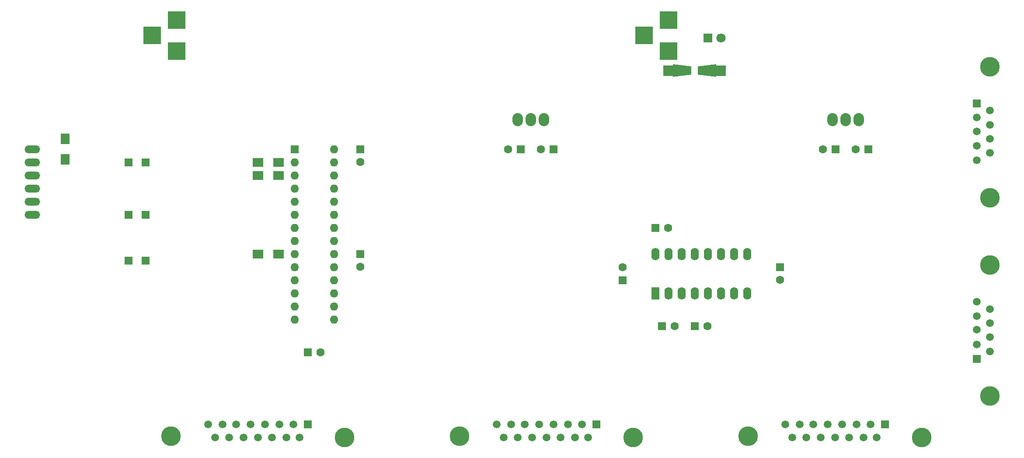
<source format=gbr>
G04 #@! TF.FileFunction,Soldermask,Top*
%FSLAX46Y46*%
G04 Gerber Fmt 4.6, Leading zero omitted, Abs format (unit mm)*
G04 Created by KiCad (PCBNEW 4.0.7) date 12/26/17 17:51:00*
%MOMM*%
%LPD*%
G01*
G04 APERTURE LIST*
%ADD10C,0.100000*%
%ADD11R,1.600000X1.600000*%
%ADD12C,1.600000*%
%ADD13R,3.500000X3.500000*%
%ADD14R,1.500000X1.500000*%
%ADD15R,1.800000X1.800000*%
%ADD16C,1.800000*%
%ADD17C,3.810000*%
%ADD18R,1.520000X1.520000*%
%ADD19C,1.520000*%
%ADD20O,3.010000X1.510000*%
%ADD21R,1.700000X2.000000*%
%ADD22R,2.000000X1.700000*%
%ADD23R,1.998980X1.998980*%
%ADD24O,2.032000X2.540000*%
%ADD25O,1.600000X1.600000*%
%ADD26R,1.600000X2.400000*%
%ADD27O,1.600000X2.400000*%
G04 APERTURE END LIST*
D10*
D11*
X146005000Y-85480000D03*
D12*
X143505000Y-85480000D03*
D11*
X139655000Y-85480000D03*
D12*
X137155000Y-85480000D03*
D11*
X206965000Y-85480000D03*
D12*
X204465000Y-85480000D03*
D11*
X108540000Y-105800000D03*
D12*
X108540000Y-108300000D03*
D11*
X200615000Y-85480000D03*
D12*
X198115000Y-85480000D03*
D13*
X168230000Y-66430000D03*
X168230000Y-60430000D03*
X163530000Y-63430000D03*
X72980000Y-66430000D03*
X72980000Y-60430000D03*
X68280000Y-63430000D03*
D14*
X67010000Y-88020000D03*
X63710000Y-88020000D03*
X67010000Y-98180000D03*
X63710000Y-98180000D03*
X67010000Y-107070000D03*
X63710000Y-107070000D03*
D15*
X175850000Y-63890000D03*
D16*
X178390000Y-63890000D03*
D17*
X230460000Y-94880000D03*
X230460000Y-69480000D03*
D18*
X227920000Y-76590000D03*
D19*
X227920000Y-79380000D03*
X227920000Y-82050000D03*
X227920000Y-84850000D03*
X227920000Y-87640000D03*
X230460000Y-77990000D03*
X230460000Y-80780000D03*
X230460000Y-83450000D03*
X230460000Y-86240000D03*
D17*
X71960000Y-141110000D03*
X105490000Y-141360000D03*
D18*
X98380000Y-138820000D03*
D19*
X95590000Y-138820000D03*
X92920000Y-138820000D03*
X90130000Y-138820000D03*
X87330000Y-138820000D03*
X84540000Y-138820000D03*
X81870000Y-138820000D03*
X79080000Y-138820000D03*
X96810000Y-141360000D03*
X94270000Y-141360000D03*
X91470000Y-141360000D03*
X88730000Y-141360000D03*
X85980000Y-141360000D03*
X83190000Y-141360000D03*
X80450000Y-141360000D03*
D17*
X183720000Y-141110000D03*
X217250000Y-141360000D03*
D18*
X210140000Y-138820000D03*
D19*
X207350000Y-138820000D03*
X204680000Y-138820000D03*
X201890000Y-138820000D03*
X199090000Y-138820000D03*
X196300000Y-138820000D03*
X193630000Y-138820000D03*
X190840000Y-138820000D03*
X208570000Y-141360000D03*
X206030000Y-141360000D03*
X203230000Y-141360000D03*
X200490000Y-141360000D03*
X197740000Y-141360000D03*
X194950000Y-141360000D03*
X192210000Y-141360000D03*
D17*
X127840000Y-141110000D03*
X161370000Y-141360000D03*
D18*
X154260000Y-138820000D03*
D19*
X151470000Y-138820000D03*
X148800000Y-138820000D03*
X146010000Y-138820000D03*
X143210000Y-138820000D03*
X140420000Y-138820000D03*
X137750000Y-138820000D03*
X134960000Y-138820000D03*
X152690000Y-141360000D03*
X150150000Y-141360000D03*
X147350000Y-141360000D03*
X144610000Y-141360000D03*
X141860000Y-141360000D03*
X139070000Y-141360000D03*
X136330000Y-141360000D03*
D17*
X230460000Y-133360000D03*
X230460000Y-107960000D03*
D18*
X227920000Y-126120000D03*
D19*
X227920000Y-123330000D03*
X227920000Y-120530000D03*
X227920000Y-117870000D03*
X227920000Y-115070000D03*
X230460000Y-116470000D03*
X230460000Y-119260000D03*
X230460000Y-121930000D03*
X230460000Y-124720000D03*
D20*
X45040000Y-85480000D03*
X45040000Y-88020000D03*
X45040000Y-90560000D03*
X45040000Y-93100000D03*
X45040000Y-95640000D03*
X45040000Y-98180000D03*
D21*
X51390000Y-87480000D03*
X51390000Y-83480000D03*
D22*
X92760000Y-88020000D03*
X88760000Y-88020000D03*
X92760000Y-90560000D03*
X88760000Y-90560000D03*
X92760000Y-105800000D03*
X88760000Y-105800000D03*
D10*
G36*
X169146940Y-71438880D02*
X169146940Y-69041120D01*
X172647060Y-69439900D01*
X172647060Y-71040100D01*
X169146940Y-71438880D01*
X169146940Y-71438880D01*
G37*
G36*
X177473060Y-69041120D02*
X177473060Y-71438880D01*
X173972940Y-71040100D01*
X173972940Y-69439900D01*
X177473060Y-69041120D01*
X177473060Y-69041120D01*
G37*
D23*
X168308740Y-70240000D03*
X178311260Y-70240000D03*
D24*
X141560000Y-79765000D03*
X144100000Y-79765000D03*
X139020000Y-79765000D03*
D11*
X95840000Y-85480000D03*
D25*
X103460000Y-118500000D03*
X95840000Y-88020000D03*
X103460000Y-115960000D03*
X95840000Y-90560000D03*
X103460000Y-113420000D03*
X95840000Y-93100000D03*
X103460000Y-110880000D03*
X95840000Y-95640000D03*
X103460000Y-108340000D03*
X95840000Y-98180000D03*
X103460000Y-105800000D03*
X95840000Y-100720000D03*
X103460000Y-103260000D03*
X95840000Y-103260000D03*
X103460000Y-100720000D03*
X95840000Y-105800000D03*
X103460000Y-98180000D03*
X95840000Y-108340000D03*
X103460000Y-95640000D03*
X95840000Y-110880000D03*
X103460000Y-93100000D03*
X95840000Y-113420000D03*
X103460000Y-90560000D03*
X95840000Y-115960000D03*
X103460000Y-88020000D03*
X95840000Y-118500000D03*
X103460000Y-85480000D03*
D24*
X202520000Y-79765000D03*
X205060000Y-79765000D03*
X199980000Y-79765000D03*
D26*
X165690000Y-113420000D03*
D27*
X183470000Y-105800000D03*
X168230000Y-113420000D03*
X180930000Y-105800000D03*
X170770000Y-113420000D03*
X178390000Y-105800000D03*
X173310000Y-113420000D03*
X175850000Y-105800000D03*
X175850000Y-113420000D03*
X173310000Y-105800000D03*
X178390000Y-113420000D03*
X170770000Y-105800000D03*
X180930000Y-113420000D03*
X168230000Y-105800000D03*
X183470000Y-113420000D03*
X165690000Y-105800000D03*
D11*
X98380000Y-124850000D03*
D12*
X100880000Y-124850000D03*
D11*
X108540000Y-85480000D03*
D12*
X108540000Y-87980000D03*
D11*
X166960000Y-119770000D03*
D12*
X169460000Y-119770000D03*
D11*
X173310000Y-119770000D03*
D12*
X175810000Y-119770000D03*
D11*
X159340000Y-110880000D03*
D12*
X159340000Y-108380000D03*
D11*
X189820000Y-108340000D03*
D12*
X189820000Y-110840000D03*
D11*
X165690000Y-100720000D03*
D12*
X168190000Y-100720000D03*
M02*

</source>
